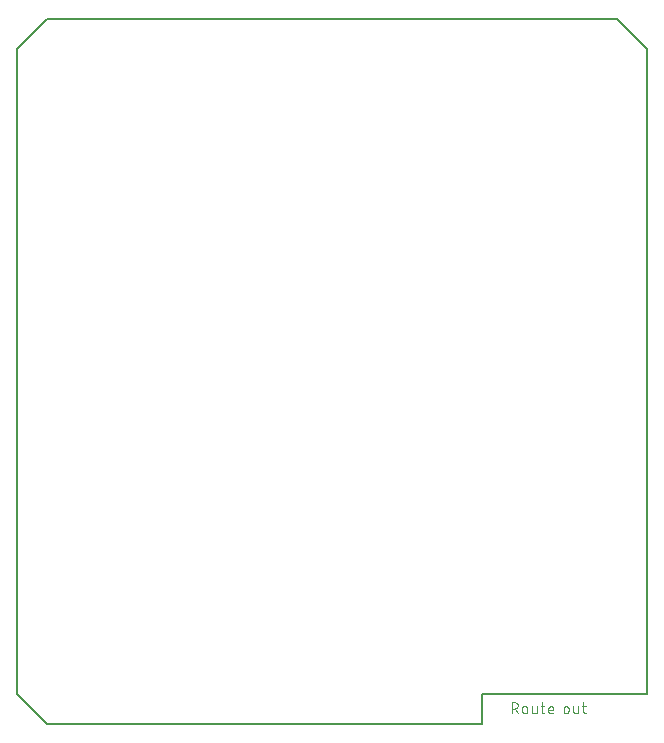
<source format=gko>
G75*
%MOIN*%
%OFA0B0*%
%FSLAX25Y25*%
%IPPOS*%
%LPD*%
%AMOC8*
5,1,8,0,0,1.08239X$1,22.5*
%
%ADD10C,0.00800*%
%ADD11C,0.00300*%
D10*
X0015000Y0062524D02*
X0160000Y0062524D01*
X0160000Y0072524D01*
X0215000Y0072524D01*
X0215000Y0287524D01*
X0205000Y0297524D01*
X0015000Y0297524D01*
X0005000Y0287524D01*
X0005000Y0072524D01*
X0015000Y0062524D01*
D11*
X0169850Y0066074D02*
X0169850Y0069774D01*
X0170878Y0069774D01*
X0170941Y0069772D01*
X0171004Y0069766D01*
X0171067Y0069756D01*
X0171129Y0069743D01*
X0171190Y0069726D01*
X0171249Y0069705D01*
X0171308Y0069680D01*
X0171364Y0069652D01*
X0171419Y0069620D01*
X0171472Y0069585D01*
X0171522Y0069547D01*
X0171571Y0069506D01*
X0171616Y0069462D01*
X0171659Y0069415D01*
X0171698Y0069366D01*
X0171735Y0069314D01*
X0171768Y0069260D01*
X0171798Y0069204D01*
X0171825Y0069147D01*
X0171848Y0069088D01*
X0171867Y0069027D01*
X0171882Y0068966D01*
X0171894Y0068904D01*
X0171902Y0068841D01*
X0171906Y0068778D01*
X0171906Y0068714D01*
X0171902Y0068651D01*
X0171894Y0068588D01*
X0171882Y0068526D01*
X0171867Y0068465D01*
X0171848Y0068404D01*
X0171825Y0068345D01*
X0171798Y0068288D01*
X0171768Y0068232D01*
X0171735Y0068178D01*
X0171698Y0068126D01*
X0171659Y0068077D01*
X0171616Y0068030D01*
X0171571Y0067986D01*
X0171522Y0067945D01*
X0171472Y0067907D01*
X0171419Y0067872D01*
X0171364Y0067840D01*
X0171308Y0067812D01*
X0171249Y0067787D01*
X0171190Y0067766D01*
X0171129Y0067749D01*
X0171067Y0067736D01*
X0171004Y0067726D01*
X0170941Y0067720D01*
X0170878Y0067718D01*
X0169850Y0067718D01*
X0171083Y0067718D02*
X0171906Y0066074D01*
X0173393Y0066896D02*
X0173393Y0067718D01*
X0173395Y0067774D01*
X0173401Y0067830D01*
X0173410Y0067885D01*
X0173423Y0067940D01*
X0173440Y0067993D01*
X0173461Y0068045D01*
X0173485Y0068096D01*
X0173513Y0068145D01*
X0173543Y0068192D01*
X0173577Y0068237D01*
X0173614Y0068279D01*
X0173654Y0068319D01*
X0173696Y0068356D01*
X0173741Y0068390D01*
X0173788Y0068420D01*
X0173837Y0068448D01*
X0173888Y0068472D01*
X0173940Y0068493D01*
X0173993Y0068510D01*
X0174048Y0068523D01*
X0174103Y0068532D01*
X0174159Y0068538D01*
X0174215Y0068540D01*
X0174271Y0068538D01*
X0174327Y0068532D01*
X0174382Y0068523D01*
X0174437Y0068510D01*
X0174490Y0068493D01*
X0174542Y0068472D01*
X0174593Y0068448D01*
X0174642Y0068420D01*
X0174689Y0068390D01*
X0174734Y0068356D01*
X0174776Y0068319D01*
X0174816Y0068279D01*
X0174853Y0068237D01*
X0174887Y0068192D01*
X0174917Y0068145D01*
X0174945Y0068096D01*
X0174969Y0068045D01*
X0174990Y0067993D01*
X0175007Y0067940D01*
X0175020Y0067885D01*
X0175029Y0067830D01*
X0175035Y0067774D01*
X0175037Y0067718D01*
X0175038Y0067718D02*
X0175038Y0066896D01*
X0175037Y0066896D02*
X0175035Y0066840D01*
X0175029Y0066784D01*
X0175020Y0066729D01*
X0175007Y0066674D01*
X0174990Y0066621D01*
X0174969Y0066569D01*
X0174945Y0066518D01*
X0174917Y0066469D01*
X0174887Y0066422D01*
X0174853Y0066377D01*
X0174816Y0066335D01*
X0174776Y0066295D01*
X0174734Y0066258D01*
X0174689Y0066224D01*
X0174642Y0066194D01*
X0174593Y0066166D01*
X0174542Y0066142D01*
X0174490Y0066121D01*
X0174437Y0066104D01*
X0174382Y0066091D01*
X0174327Y0066082D01*
X0174271Y0066076D01*
X0174215Y0066074D01*
X0174159Y0066076D01*
X0174103Y0066082D01*
X0174048Y0066091D01*
X0173993Y0066104D01*
X0173940Y0066121D01*
X0173888Y0066142D01*
X0173837Y0066166D01*
X0173788Y0066194D01*
X0173741Y0066224D01*
X0173696Y0066258D01*
X0173654Y0066295D01*
X0173614Y0066335D01*
X0173577Y0066377D01*
X0173543Y0066422D01*
X0173513Y0066469D01*
X0173485Y0066518D01*
X0173461Y0066569D01*
X0173440Y0066621D01*
X0173423Y0066674D01*
X0173410Y0066729D01*
X0173401Y0066784D01*
X0173395Y0066840D01*
X0173393Y0066896D01*
X0176633Y0066690D02*
X0176633Y0068540D01*
X0178277Y0068540D02*
X0178277Y0066074D01*
X0177250Y0066074D01*
X0177250Y0066073D02*
X0177202Y0066075D01*
X0177153Y0066081D01*
X0177106Y0066090D01*
X0177059Y0066103D01*
X0177014Y0066120D01*
X0176970Y0066140D01*
X0176928Y0066164D01*
X0176887Y0066191D01*
X0176849Y0066221D01*
X0176814Y0066254D01*
X0176781Y0066289D01*
X0176751Y0066327D01*
X0176724Y0066368D01*
X0176700Y0066410D01*
X0176680Y0066454D01*
X0176663Y0066499D01*
X0176650Y0066546D01*
X0176641Y0066593D01*
X0176635Y0066642D01*
X0176633Y0066690D01*
X0179570Y0068540D02*
X0180804Y0068540D01*
X0179982Y0069774D02*
X0179982Y0066690D01*
X0179981Y0066690D02*
X0179983Y0066642D01*
X0179989Y0066593D01*
X0179998Y0066546D01*
X0180011Y0066499D01*
X0180028Y0066454D01*
X0180048Y0066410D01*
X0180072Y0066368D01*
X0180099Y0066327D01*
X0180129Y0066289D01*
X0180162Y0066254D01*
X0180197Y0066221D01*
X0180235Y0066191D01*
X0180276Y0066164D01*
X0180318Y0066140D01*
X0180362Y0066120D01*
X0180407Y0066103D01*
X0180454Y0066090D01*
X0180501Y0066081D01*
X0180550Y0066075D01*
X0180598Y0066073D01*
X0180598Y0066074D02*
X0180804Y0066074D01*
X0182153Y0066690D02*
X0182153Y0067718D01*
X0182153Y0067307D02*
X0183797Y0067307D01*
X0183797Y0067718D01*
X0183795Y0067774D01*
X0183789Y0067830D01*
X0183780Y0067885D01*
X0183767Y0067940D01*
X0183750Y0067993D01*
X0183729Y0068045D01*
X0183705Y0068096D01*
X0183677Y0068145D01*
X0183647Y0068192D01*
X0183613Y0068237D01*
X0183576Y0068279D01*
X0183536Y0068319D01*
X0183494Y0068356D01*
X0183449Y0068390D01*
X0183402Y0068420D01*
X0183353Y0068448D01*
X0183302Y0068472D01*
X0183250Y0068493D01*
X0183197Y0068510D01*
X0183142Y0068523D01*
X0183087Y0068532D01*
X0183031Y0068538D01*
X0182975Y0068540D01*
X0182919Y0068538D01*
X0182863Y0068532D01*
X0182808Y0068523D01*
X0182753Y0068510D01*
X0182700Y0068493D01*
X0182648Y0068472D01*
X0182597Y0068448D01*
X0182548Y0068420D01*
X0182501Y0068390D01*
X0182456Y0068356D01*
X0182414Y0068319D01*
X0182374Y0068279D01*
X0182337Y0068237D01*
X0182303Y0068192D01*
X0182273Y0068145D01*
X0182245Y0068096D01*
X0182221Y0068045D01*
X0182200Y0067993D01*
X0182183Y0067940D01*
X0182170Y0067885D01*
X0182161Y0067830D01*
X0182155Y0067774D01*
X0182153Y0067718D01*
X0182153Y0066690D02*
X0182155Y0066642D01*
X0182161Y0066593D01*
X0182170Y0066546D01*
X0182183Y0066499D01*
X0182200Y0066454D01*
X0182220Y0066410D01*
X0182244Y0066368D01*
X0182271Y0066327D01*
X0182301Y0066289D01*
X0182334Y0066254D01*
X0182369Y0066221D01*
X0182407Y0066191D01*
X0182448Y0066164D01*
X0182490Y0066140D01*
X0182534Y0066120D01*
X0182579Y0066103D01*
X0182626Y0066090D01*
X0182673Y0066081D01*
X0182722Y0066075D01*
X0182770Y0066073D01*
X0182770Y0066074D02*
X0183797Y0066074D01*
X0187193Y0066896D02*
X0187193Y0067718D01*
X0187195Y0067774D01*
X0187201Y0067830D01*
X0187210Y0067885D01*
X0187223Y0067940D01*
X0187240Y0067993D01*
X0187261Y0068045D01*
X0187285Y0068096D01*
X0187313Y0068145D01*
X0187343Y0068192D01*
X0187377Y0068237D01*
X0187414Y0068279D01*
X0187454Y0068319D01*
X0187496Y0068356D01*
X0187541Y0068390D01*
X0187588Y0068420D01*
X0187637Y0068448D01*
X0187688Y0068472D01*
X0187740Y0068493D01*
X0187793Y0068510D01*
X0187848Y0068523D01*
X0187903Y0068532D01*
X0187959Y0068538D01*
X0188015Y0068540D01*
X0188071Y0068538D01*
X0188127Y0068532D01*
X0188182Y0068523D01*
X0188237Y0068510D01*
X0188290Y0068493D01*
X0188342Y0068472D01*
X0188393Y0068448D01*
X0188442Y0068420D01*
X0188489Y0068390D01*
X0188534Y0068356D01*
X0188576Y0068319D01*
X0188616Y0068279D01*
X0188653Y0068237D01*
X0188687Y0068192D01*
X0188717Y0068145D01*
X0188745Y0068096D01*
X0188769Y0068045D01*
X0188790Y0067993D01*
X0188807Y0067940D01*
X0188820Y0067885D01*
X0188829Y0067830D01*
X0188835Y0067774D01*
X0188837Y0067718D01*
X0188837Y0066896D01*
X0188835Y0066840D01*
X0188829Y0066784D01*
X0188820Y0066729D01*
X0188807Y0066674D01*
X0188790Y0066621D01*
X0188769Y0066569D01*
X0188745Y0066518D01*
X0188717Y0066469D01*
X0188687Y0066422D01*
X0188653Y0066377D01*
X0188616Y0066335D01*
X0188576Y0066295D01*
X0188534Y0066258D01*
X0188489Y0066224D01*
X0188442Y0066194D01*
X0188393Y0066166D01*
X0188342Y0066142D01*
X0188290Y0066121D01*
X0188237Y0066104D01*
X0188182Y0066091D01*
X0188127Y0066082D01*
X0188071Y0066076D01*
X0188015Y0066074D01*
X0187959Y0066076D01*
X0187903Y0066082D01*
X0187848Y0066091D01*
X0187793Y0066104D01*
X0187740Y0066121D01*
X0187688Y0066142D01*
X0187637Y0066166D01*
X0187588Y0066194D01*
X0187541Y0066224D01*
X0187496Y0066258D01*
X0187454Y0066295D01*
X0187414Y0066335D01*
X0187377Y0066377D01*
X0187343Y0066422D01*
X0187313Y0066469D01*
X0187285Y0066518D01*
X0187261Y0066569D01*
X0187240Y0066621D01*
X0187223Y0066674D01*
X0187210Y0066729D01*
X0187201Y0066784D01*
X0187195Y0066840D01*
X0187193Y0066896D01*
X0190433Y0066690D02*
X0190433Y0068540D01*
X0192077Y0068540D02*
X0192077Y0066074D01*
X0191050Y0066074D01*
X0191050Y0066073D02*
X0191002Y0066075D01*
X0190953Y0066081D01*
X0190906Y0066090D01*
X0190859Y0066103D01*
X0190814Y0066120D01*
X0190770Y0066140D01*
X0190728Y0066164D01*
X0190687Y0066191D01*
X0190649Y0066221D01*
X0190614Y0066254D01*
X0190581Y0066289D01*
X0190551Y0066327D01*
X0190524Y0066368D01*
X0190500Y0066410D01*
X0190480Y0066454D01*
X0190463Y0066499D01*
X0190450Y0066546D01*
X0190441Y0066593D01*
X0190435Y0066642D01*
X0190433Y0066690D01*
X0193781Y0066690D02*
X0193781Y0069774D01*
X0193370Y0068540D02*
X0194604Y0068540D01*
X0193781Y0066690D02*
X0193783Y0066642D01*
X0193789Y0066593D01*
X0193798Y0066546D01*
X0193811Y0066499D01*
X0193828Y0066454D01*
X0193848Y0066410D01*
X0193872Y0066368D01*
X0193899Y0066327D01*
X0193929Y0066289D01*
X0193962Y0066254D01*
X0193997Y0066221D01*
X0194035Y0066191D01*
X0194076Y0066164D01*
X0194118Y0066140D01*
X0194162Y0066120D01*
X0194207Y0066103D01*
X0194254Y0066090D01*
X0194301Y0066081D01*
X0194350Y0066075D01*
X0194398Y0066073D01*
X0194398Y0066074D02*
X0194604Y0066074D01*
M02*

</source>
